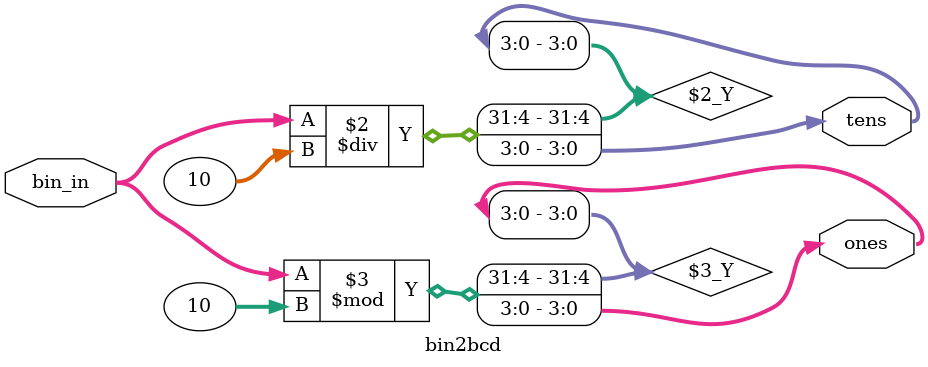
<source format=v>
`timescale 1ns / 1ps
module bin2bcd(
    input [5:0] bin_in,
    output reg [3:0] tens,      // max value 1001 (0-9)
    output reg [3:0] ones       // max value 1001 (0-9)
    );
    
    always @* begin
        tens <= bin_in / 10;
        ones <= bin_in % 10;
    end
    
endmodule

</source>
